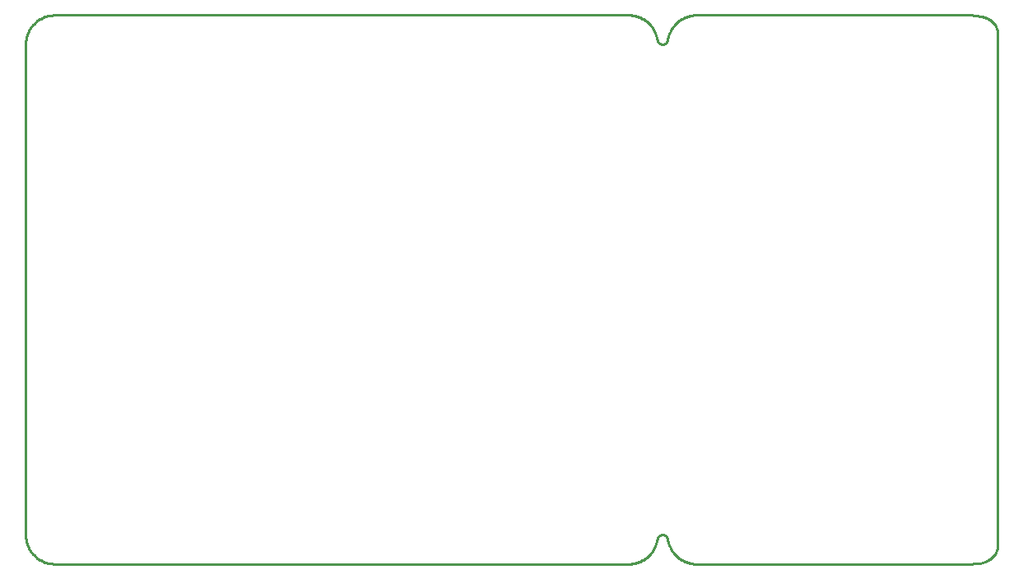
<source format=gm1>
G04 #@! TF.GenerationSoftware,KiCad,Pcbnew,6.0.7-1.fc36*
G04 #@! TF.CreationDate,2022-08-13T19:37:31+02:00*
G04 #@! TF.ProjectId,drahtlos_klingel,64726168-746c-46f7-935f-6b6c696e6765,rev?*
G04 #@! TF.SameCoordinates,Original*
G04 #@! TF.FileFunction,Profile,NP*
%FSLAX46Y46*%
G04 Gerber Fmt 4.6, Leading zero omitted, Abs format (unit mm)*
G04 Created by KiCad (PCBNEW 6.0.7-1.fc36) date 2022-08-13 19:37:31*
%MOMM*%
%LPD*%
G01*
G04 APERTURE LIST*
G04 #@! TA.AperFunction,Profile*
%ADD10C,0.264583*%
G04 #@! TD*
G04 APERTURE END LIST*
D10*
X93525810Y-76494711D02*
X93551227Y-76496496D01*
X92880586Y-25150991D02*
X92840177Y-25022901D01*
X93988841Y-76802671D02*
X93998802Y-76824833D01*
X91656693Y-78998073D02*
X91764404Y-78923373D01*
X30845168Y-79490084D02*
X31000000Y-79493973D01*
X93451007Y-76496307D02*
X93475403Y-76494663D01*
X91313869Y-79193613D02*
X91431286Y-79133332D01*
X93072634Y-25783830D02*
X93058850Y-25765210D01*
X93953354Y-25748408D02*
X93939747Y-25768245D01*
X94037201Y-25518376D02*
X94037132Y-25519010D01*
X29202841Y-78899493D02*
X29320410Y-78982978D01*
X91431284Y-23354615D02*
X91313867Y-23294334D01*
X29089584Y-78810582D02*
X29202841Y-78899493D01*
X93740209Y-76550173D02*
X93761636Y-76561407D01*
X92412220Y-78281413D02*
X92487931Y-78174358D01*
X127764982Y-24089070D02*
X127705057Y-23987957D01*
X95249682Y-23558592D02*
X95145935Y-23636901D01*
X30248536Y-79399843D02*
X30393918Y-79433235D01*
X92559012Y-24424065D02*
X92487928Y-24313590D01*
X94015755Y-25617274D02*
X94007779Y-25640438D01*
X95045748Y-23719529D02*
X94949257Y-23806337D01*
X93311892Y-25960168D02*
X93290139Y-25951535D01*
X93782483Y-25914390D02*
X93761633Y-25926540D01*
X127405526Y-78847760D02*
X127489012Y-78769057D01*
X94037095Y-76968332D02*
X94037139Y-76968991D01*
X93966092Y-76759997D02*
X93977929Y-76781050D01*
X95580936Y-79136978D02*
X95697569Y-79196612D01*
X90140731Y-22997184D02*
X90000000Y-22993973D01*
X94028584Y-25569590D02*
X94022699Y-25593649D01*
X28000000Y-25993973D02*
X28000000Y-25993973D01*
X127984593Y-77662890D02*
X127996139Y-77517426D01*
X92412217Y-24206536D02*
X92332020Y-24103041D01*
X97000000Y-22993973D02*
X97000000Y-22993973D01*
X96064210Y-23143104D02*
X95939339Y-23187268D01*
X92487928Y-24313590D02*
X92412217Y-24206536D01*
X28876750Y-78617224D02*
X28980826Y-78716430D01*
X28235031Y-24824067D02*
X28181462Y-24960411D01*
X90552132Y-23044248D02*
X90416936Y-23022460D01*
X126432260Y-23152981D02*
X126302869Y-23120970D01*
X127123255Y-23435169D02*
X127019179Y-23376743D01*
X128000031Y-51243977D02*
X128000031Y-51243977D01*
X29966438Y-79312511D02*
X30105981Y-79359540D01*
X92625335Y-77950126D02*
X92686751Y-77833225D01*
X97000000Y-22993973D02*
X96860656Y-22997156D01*
X94767916Y-78496022D02*
X94856606Y-78590772D01*
X94037079Y-76967671D02*
X94037079Y-76967671D01*
X28294955Y-77796841D02*
X28361047Y-77926232D01*
X94949264Y-78681621D02*
X95045754Y-78768430D01*
X93356719Y-25974621D02*
X93334093Y-25967871D01*
X93045848Y-76741967D02*
X93058854Y-76722739D01*
X92065899Y-23815297D02*
X91969145Y-23727425D01*
X91193495Y-79248811D02*
X91313869Y-79193613D01*
X95817083Y-79251230D02*
X95939344Y-79300690D01*
X92972615Y-76914882D02*
X92978553Y-76891626D01*
X90279755Y-23006726D02*
X90140731Y-22997184D01*
X92065901Y-78672651D02*
X92158724Y-78580666D01*
X92880592Y-77336957D02*
X92915401Y-77206417D01*
X93248072Y-25931574D02*
X93227805Y-25920292D01*
X91868599Y-23643804D02*
X91764402Y-23564575D01*
X92686746Y-24654723D02*
X92625331Y-24537822D01*
X92743123Y-77713320D02*
X92794313Y-77590547D01*
X93841303Y-25872714D02*
X93822345Y-25887451D01*
X93248078Y-76556374D02*
X93268864Y-76545951D01*
X93859577Y-25857169D02*
X93841303Y-25872714D01*
X93135078Y-25851779D02*
X93118418Y-25835818D01*
X93118418Y-25835818D02*
X93102442Y-25819157D01*
X126557897Y-23189062D02*
X126432260Y-23152981D01*
X93822347Y-76600495D02*
X93841305Y-76615232D01*
X93170358Y-76606436D02*
X93188927Y-76592711D01*
X93966089Y-25727950D02*
X93953354Y-25748408D01*
X28000000Y-76493973D02*
X28003889Y-76648806D01*
X91969145Y-23727425D02*
X91868599Y-23643804D01*
X94037404Y-76970926D02*
X94037523Y-76971550D01*
X93311898Y-76527780D02*
X93334099Y-76520076D01*
X93087177Y-76686129D02*
X93102446Y-76668792D01*
X92487931Y-78174358D02*
X92559015Y-78063883D01*
X127566886Y-78684951D02*
X127638963Y-78595310D01*
X31000000Y-79493973D02*
X31000000Y-79493973D01*
X125000000Y-79493984D02*
X125000000Y-79493984D01*
X90816020Y-79382518D02*
X90944431Y-79343402D01*
X28134433Y-25099954D02*
X28094130Y-25242509D01*
X95467322Y-79072466D02*
X95580936Y-79136978D01*
X127865583Y-78178720D02*
X127905889Y-78059400D01*
X93379753Y-76507550D02*
X93403158Y-76502773D01*
X94037071Y-25520277D02*
X94033384Y-25545124D01*
X91868602Y-78844144D02*
X91969147Y-78760524D01*
X93988838Y-25685276D02*
X93977926Y-25706897D01*
X93475396Y-25993283D02*
X93450999Y-25991640D01*
X93672729Y-25965709D02*
X93649260Y-25973011D01*
X127905889Y-78059400D02*
X127939282Y-77933744D01*
X126910419Y-79164904D02*
X127019179Y-79111213D01*
X127705057Y-78500000D02*
X127764982Y-78398887D01*
X94269586Y-77735260D02*
X94326701Y-77853412D01*
X93601020Y-25984437D02*
X93576302Y-25988509D01*
X94093024Y-77236201D02*
X94129109Y-77364655D01*
X92967659Y-25549409D02*
X92967659Y-25549409D01*
X29202841Y-23588454D02*
X29089584Y-23677365D01*
X93011725Y-25684887D02*
X93002064Y-25663461D01*
X29830094Y-23229004D02*
X29697133Y-23288928D01*
X93058850Y-25765210D02*
X93045843Y-25745982D01*
X90816018Y-23105428D02*
X90685206Y-23071950D01*
X92967659Y-25549409D02*
X92944466Y-25414383D01*
X93290145Y-76536412D02*
X93311898Y-76527780D01*
X126169908Y-79395063D02*
X126432260Y-79334976D01*
X94170647Y-24997218D02*
X94129101Y-25123306D01*
X94037071Y-25520277D02*
X94037071Y-25520277D01*
X93426909Y-25988929D02*
X93403150Y-25985173D01*
X93761633Y-25926540D02*
X93740206Y-25937773D01*
X93977926Y-25706897D02*
X93966089Y-25727950D01*
X94037079Y-76967671D02*
X94037083Y-76968002D01*
X94602982Y-78295377D02*
X94683329Y-78397511D01*
X29320410Y-23504969D02*
X29202841Y-23588454D01*
X92972608Y-25573066D02*
X92967659Y-25549409D01*
X95467316Y-23415492D02*
X95356854Y-23484743D01*
X29567742Y-79132926D02*
X29697133Y-79199019D01*
X92794309Y-24897401D02*
X92743119Y-24774629D01*
X94455541Y-24407158D02*
X94388726Y-24519321D01*
X92158724Y-78580666D02*
X92247478Y-78484705D01*
X92247475Y-24003244D02*
X92158722Y-23907283D01*
X92967667Y-76938538D02*
X92972615Y-76914882D01*
X30393918Y-79433235D02*
X30541941Y-79459529D01*
X94037083Y-76968002D02*
X94037095Y-76968332D01*
X125307581Y-22999622D02*
X125000000Y-22993973D01*
X91764404Y-78923373D02*
X91868602Y-78844144D01*
X30105981Y-23128406D02*
X29966438Y-23175435D01*
X28000000Y-25993973D02*
X28000000Y-51243977D01*
X93625353Y-76508684D02*
X93649264Y-76514936D01*
X94129109Y-77364655D02*
X94170655Y-77490742D01*
X128000031Y-25122866D02*
X127996139Y-24970532D01*
X94037139Y-76968991D02*
X94037208Y-76969644D01*
X90944430Y-23144545D02*
X90816018Y-23105428D01*
X92944473Y-77073564D02*
X92967667Y-76938538D01*
X90416937Y-79465486D02*
X90552134Y-79443698D01*
X93525803Y-25993235D02*
X93500076Y-25993836D01*
X92332020Y-24103041D02*
X92247475Y-24003244D01*
X125894020Y-23048016D02*
X125606083Y-23017281D01*
X28361047Y-77926232D02*
X28433123Y-78051869D01*
X94170655Y-77490742D02*
X94217526Y-77614324D01*
X94527009Y-78189761D02*
X94602982Y-78295377D01*
X29966438Y-23175435D02*
X29830094Y-23229004D01*
X127019179Y-23376743D02*
X126910419Y-23323052D01*
X28000000Y-76493973D02*
X28000000Y-76493973D01*
X94037397Y-25517110D02*
X94037291Y-25517743D01*
X94022699Y-25593649D02*
X94015755Y-25617274D01*
X125894020Y-79439941D02*
X126169908Y-79395063D01*
X94856599Y-23897186D02*
X94767909Y-23991936D01*
X93802732Y-76586594D02*
X93822347Y-76600495D01*
X28980826Y-78716430D02*
X29089584Y-78810582D01*
X127939282Y-24554214D02*
X127905889Y-24428558D01*
X125606083Y-79470676D02*
X125894020Y-79439941D01*
X127818553Y-78291838D02*
X127865583Y-78178720D01*
X93102442Y-25819157D02*
X93087173Y-25801820D01*
X29442106Y-79060851D02*
X29567742Y-79132926D01*
X28015432Y-76801554D02*
X28034444Y-76952033D01*
X90000000Y-22993973D02*
X31000000Y-22993973D01*
X93208086Y-76579776D02*
X93227811Y-76567656D01*
X92686751Y-77833225D02*
X92743123Y-77713320D01*
X93601025Y-76503509D02*
X93625353Y-76508684D01*
X96453130Y-23043785D02*
X96321241Y-23071223D01*
X127996139Y-77517426D02*
X128000031Y-77365093D01*
X92993298Y-25641543D02*
X92985451Y-25619156D01*
X30541941Y-23028417D02*
X30393918Y-23054711D01*
X125307581Y-79488335D02*
X125606083Y-79470676D01*
X28510996Y-24314383D02*
X28433123Y-24436079D01*
X92967667Y-76938538D02*
X92967667Y-76938538D01*
X94949257Y-23806337D02*
X94856599Y-23897186D01*
X127705057Y-23987957D02*
X127638963Y-23892647D01*
X94062529Y-25382441D02*
X94037773Y-25515210D01*
X94129101Y-25123306D02*
X94093017Y-25251760D01*
X127818553Y-24196119D02*
X127764982Y-24089070D01*
X96722973Y-23006612D02*
X96587085Y-23022201D01*
X28594481Y-24196814D02*
X28510996Y-24314383D01*
X93939749Y-76719702D02*
X93953356Y-76739539D01*
X93877140Y-25840841D02*
X93859577Y-25857169D01*
X93045843Y-25745982D02*
X93033638Y-25726171D01*
X93118422Y-76652131D02*
X93135082Y-76636170D01*
X96453132Y-79444173D02*
X96587087Y-79465756D01*
X92625331Y-24537822D02*
X92559012Y-24424065D01*
X126302869Y-23120970D02*
X126169908Y-23092894D01*
X93152397Y-25867018D02*
X93135078Y-25851779D01*
X94388733Y-77968638D02*
X94455548Y-78080801D01*
X94856606Y-78590772D02*
X94949264Y-78681621D01*
X92743119Y-24774629D02*
X92686746Y-24654723D01*
X94217526Y-77614324D02*
X94269586Y-77735260D01*
X93208081Y-25908172D02*
X93188922Y-25895237D01*
X90000000Y-79493973D02*
X90000000Y-79493973D01*
X93011729Y-76803062D02*
X93022262Y-76782151D01*
X93002069Y-76824488D02*
X93011729Y-76803062D01*
X93672732Y-76522237D02*
X93695730Y-76530562D01*
X31000000Y-22993973D02*
X31000000Y-22993973D01*
X28683392Y-78404390D02*
X28777544Y-78513149D01*
X127316614Y-23566763D02*
X127222462Y-23498465D01*
X93649264Y-76514936D02*
X93672732Y-76522237D01*
X93002064Y-25663461D02*
X92993298Y-25641543D01*
X93695727Y-25957384D02*
X93672729Y-25965709D01*
X92993304Y-76846406D02*
X93002069Y-76824488D01*
X94022705Y-76894298D02*
X94028591Y-76918357D01*
X90140731Y-79490762D02*
X90279756Y-79481220D01*
X93998802Y-76824833D02*
X94007784Y-76847509D01*
X127405526Y-23640197D02*
X127316614Y-23566763D01*
X93859579Y-76630778D02*
X93877142Y-76647105D01*
X127222462Y-78989492D02*
X127316614Y-78921193D01*
X95697569Y-79196612D02*
X95817083Y-79251230D01*
X93475403Y-76494663D02*
X93500084Y-76494110D01*
X92840183Y-77465047D02*
X92880592Y-77336957D01*
X93740206Y-25937773D02*
X93718228Y-25948063D01*
X94033391Y-76942824D02*
X94037079Y-76967671D01*
X96587087Y-79465756D02*
X96722974Y-79481345D01*
X128000031Y-51243977D02*
X128000031Y-25122866D01*
X28060738Y-77100056D02*
X28094130Y-77245438D01*
X92332023Y-78384908D02*
X92412220Y-78281413D01*
X127316614Y-78921193D02*
X127405526Y-78847760D01*
X95145935Y-23636901D02*
X95045748Y-23719529D01*
X94767909Y-23991936D02*
X94683322Y-24090448D01*
X94602974Y-24192582D02*
X94527002Y-24298199D01*
X127489012Y-78769057D02*
X127566886Y-78684951D01*
X91070301Y-23189160D02*
X90944430Y-23144545D01*
X90000000Y-22993973D02*
X90000000Y-22993973D01*
X28003889Y-25839141D02*
X28000000Y-25993973D01*
X96321241Y-23071223D02*
X96191556Y-23104376D01*
X94037773Y-25515210D02*
X94037515Y-25516476D01*
X28433123Y-78051869D02*
X28510996Y-78173564D01*
X93227805Y-25920292D02*
X93208081Y-25908172D01*
X127965579Y-24686340D02*
X127939282Y-24554214D01*
X94527002Y-24298199D02*
X94455541Y-24407158D01*
X28683392Y-24083558D02*
X28594481Y-24196814D01*
X28094130Y-25242509D02*
X28060738Y-25387891D01*
X93058854Y-76722739D02*
X93072639Y-76704119D01*
X94033384Y-25545124D02*
X94028584Y-25569590D01*
X93576302Y-25988509D02*
X93551221Y-25991451D01*
X28181462Y-77527536D02*
X28235031Y-77663880D01*
X90685208Y-79415996D02*
X90816020Y-79382518D01*
X30541941Y-79459529D02*
X30692419Y-79478541D01*
X92559015Y-78063883D02*
X92625335Y-77950126D01*
X127638963Y-78595310D02*
X127705057Y-78500000D01*
X94037132Y-25519010D02*
X94037087Y-25519643D01*
X125606083Y-23017281D02*
X125307581Y-22999622D01*
X90552134Y-79443698D02*
X90685208Y-79415996D01*
X126797162Y-23273964D02*
X126679593Y-23229345D01*
X92944466Y-25414383D02*
X92915395Y-25281531D01*
X93188927Y-76592711D02*
X93208086Y-76579776D01*
X93500084Y-76494110D02*
X93500084Y-76494110D01*
X31000000Y-79493973D02*
X90000000Y-79493973D01*
X90944431Y-79343402D02*
X91070303Y-79298787D01*
X29320410Y-78982978D02*
X29442106Y-79060851D01*
X94015760Y-76870673D02*
X94022705Y-76894298D01*
X91070303Y-79298787D02*
X91193495Y-79248811D01*
X94037075Y-25519960D02*
X94037071Y-25520277D01*
X93087173Y-25801820D02*
X93072634Y-25783830D01*
X93500076Y-25993836D02*
X93500076Y-25993836D01*
X94062536Y-77105520D02*
X94093024Y-77236201D01*
X31000000Y-22993973D02*
X30845168Y-22997862D01*
X28294955Y-24691106D02*
X28235031Y-24824067D01*
X93782486Y-76573556D02*
X93802732Y-76586594D01*
X94269579Y-24752700D02*
X94217518Y-24873636D01*
X28876750Y-23870723D02*
X28777544Y-23974799D01*
X28433123Y-24436079D02*
X28361047Y-24561715D01*
X29697133Y-79199019D02*
X29830094Y-79258942D01*
X94037087Y-25519643D02*
X94037075Y-25519960D01*
X28034444Y-76952033D02*
X28060738Y-77100056D01*
X90000000Y-79493973D02*
X90140731Y-79490762D01*
X93939747Y-25768245D02*
X93925296Y-25787433D01*
X127489012Y-23718900D02*
X127405526Y-23640197D01*
X94326701Y-77853412D02*
X94388733Y-77968638D01*
X28060738Y-25387891D02*
X28034444Y-25535914D01*
X90279756Y-79481220D02*
X90416937Y-79465486D01*
X96860656Y-22997156D02*
X96722973Y-23006612D01*
X95817078Y-23236728D02*
X95697564Y-23291345D01*
X94455548Y-78080801D02*
X94527009Y-78189761D01*
X93170353Y-25881512D02*
X93152397Y-25867018D01*
X91969147Y-78760524D02*
X92065901Y-78672651D01*
X92978547Y-25596322D02*
X92972608Y-25573066D01*
X93822345Y-25887451D02*
X93802730Y-25901352D01*
X92794313Y-77590547D02*
X92840183Y-77465047D01*
X126679593Y-79258611D02*
X126910419Y-79164904D01*
X91656691Y-23489874D02*
X91545605Y-23419842D01*
X94683329Y-78397511D02*
X94767916Y-78496022D01*
X125000000Y-79493984D02*
X125307581Y-79488335D01*
X125000000Y-22993973D02*
X97000000Y-22993973D01*
X93841305Y-76615232D02*
X93859579Y-76630778D01*
X91545607Y-79068106D02*
X91656693Y-78998073D01*
X127638963Y-23892647D02*
X127566886Y-23803005D01*
X95697564Y-23291345D02*
X95580931Y-23350980D01*
X91764402Y-23564575D02*
X91656691Y-23489874D01*
X94007784Y-76847509D02*
X94015760Y-76870673D01*
X93718231Y-76539883D02*
X93740209Y-76550173D01*
X93998798Y-25663114D02*
X93988838Y-25685276D01*
X127984593Y-24825068D02*
X127965579Y-24686340D01*
X93356726Y-76513325D02*
X93379753Y-76507550D01*
X94326693Y-24634548D02*
X94269579Y-24752700D01*
X28361047Y-24561715D02*
X28294955Y-24691106D01*
X96191560Y-79383582D02*
X96321244Y-79416735D01*
X95939344Y-79300690D02*
X96064214Y-79344854D01*
X126679593Y-23229345D02*
X126557897Y-23189062D01*
X128000031Y-77365093D02*
X128000031Y-77365093D01*
X126910419Y-23323052D02*
X126797162Y-23273964D01*
X30105981Y-79359540D02*
X30248536Y-79399843D01*
X127996139Y-24970532D02*
X127984593Y-24825068D01*
X127965579Y-77801618D02*
X127984593Y-77662890D01*
X28777544Y-78513149D02*
X28876750Y-78617224D01*
X125000000Y-22993973D02*
X125000000Y-22993973D01*
X93761636Y-76561407D02*
X93782486Y-76573556D01*
X126169908Y-23092894D02*
X125894020Y-23048016D01*
X93695730Y-76530562D02*
X93718231Y-76539883D01*
X29830094Y-79258942D02*
X29966438Y-79312511D01*
X93925298Y-76700513D02*
X93939749Y-76719702D01*
X94037523Y-76971550D02*
X94037650Y-76972159D01*
X93500084Y-76494110D02*
X93525810Y-76494711D01*
X92985451Y-25619156D02*
X92978547Y-25596322D01*
X93551227Y-76496496D02*
X93576308Y-76499437D01*
X93925296Y-25787433D02*
X93910026Y-25805947D01*
X91545605Y-23419842D02*
X91431284Y-23354615D01*
X91431286Y-79133332D02*
X91545607Y-79068106D01*
X93072639Y-76704119D02*
X93087177Y-76686129D01*
X29697133Y-23288928D02*
X29567742Y-23355020D01*
X90685206Y-23071950D02*
X90552132Y-23044248D01*
X93135082Y-76636170D02*
X93152402Y-76620930D01*
X28094130Y-77245438D02*
X28134433Y-77387993D01*
X93576308Y-76499437D02*
X93601025Y-76503509D01*
X93334099Y-76520076D02*
X93356726Y-76513325D01*
X95249688Y-78929366D02*
X95356860Y-79003215D01*
X30692419Y-79478541D02*
X30845168Y-79490084D01*
X29567742Y-23355020D02*
X29442106Y-23427096D01*
X94007779Y-25640438D02*
X93998798Y-25663114D01*
X28777544Y-23974799D02*
X28683392Y-24083558D01*
X92247478Y-78484705D02*
X92332023Y-78384908D01*
X96587085Y-23022201D02*
X96453130Y-23043785D01*
X28235031Y-77663880D02*
X28294955Y-77796841D01*
X95045754Y-78768430D02*
X95145941Y-78851058D01*
X96722974Y-79481345D02*
X96860657Y-79490801D01*
X93022257Y-25705798D02*
X93011725Y-25684887D01*
X93649260Y-25973011D02*
X93625349Y-25979262D01*
X28003889Y-76648806D02*
X28015432Y-76801554D01*
X94388726Y-24519321D02*
X94326693Y-24634548D01*
X28034444Y-25535914D02*
X28015432Y-25686393D01*
X93102446Y-76668792D02*
X93118422Y-76652131D01*
X94683322Y-24090448D02*
X94602974Y-24192582D01*
X28134433Y-77387993D02*
X28181462Y-77527536D01*
X96064214Y-79344854D02*
X96191560Y-79383582D01*
X30248536Y-23088103D02*
X30105981Y-23128406D01*
X94037208Y-76969644D02*
X94037298Y-76970290D01*
X93953356Y-76739539D02*
X93966092Y-76759997D01*
X93022262Y-76782151D02*
X93033642Y-76761778D01*
X127566886Y-23803005D02*
X127489012Y-23718900D01*
X93033638Y-25726171D02*
X93022257Y-25705798D01*
X30845168Y-22997862D02*
X30692419Y-23009405D01*
X93426917Y-76499018D02*
X93451007Y-76496307D01*
X93877142Y-76647105D02*
X93893967Y-76664188D01*
X93500076Y-25993836D02*
X93475396Y-25993283D01*
X90416936Y-23022460D02*
X90279755Y-23006726D01*
X93268858Y-25941996D02*
X93248072Y-25931574D01*
X94037515Y-25516476D02*
X94037397Y-25517110D01*
X127222462Y-23498465D02*
X127123255Y-23435169D01*
X127123255Y-79052787D02*
X127222462Y-78989492D01*
X94037650Y-76972159D02*
X94037781Y-76972752D01*
X28000000Y-51243977D02*
X28000000Y-51243977D01*
X96860657Y-79490801D02*
X97000000Y-79493984D01*
X93290139Y-25951535D02*
X93268858Y-25941996D01*
X93379746Y-25980397D02*
X93356719Y-25974621D01*
X97000000Y-79493984D02*
X97000000Y-79493984D01*
X93403158Y-76502773D02*
X93426917Y-76499018D01*
X94037781Y-76972752D02*
X94062536Y-77105520D01*
X95356860Y-79003215D02*
X95467322Y-79072466D01*
X91313867Y-23294334D02*
X91193493Y-23239136D01*
X92840177Y-25022901D02*
X92794309Y-24897401D01*
X126432260Y-79334976D02*
X126679593Y-79258611D01*
X94093017Y-25251760D02*
X94062529Y-25382441D01*
X28015432Y-25686393D02*
X28003889Y-25839141D01*
X128000031Y-77365093D02*
X128000031Y-51243977D01*
X97000000Y-79493984D02*
X125000000Y-79493984D01*
X93227811Y-76567656D02*
X93248078Y-76556374D01*
X94037773Y-25515210D02*
X94037773Y-25515210D01*
X94028591Y-76918357D02*
X94033391Y-76942824D01*
X92915401Y-77206417D02*
X92944473Y-77073564D01*
X91193493Y-23239136D02*
X91070301Y-23189160D01*
X93268864Y-76545951D02*
X93290145Y-76536412D01*
X94037291Y-25517743D02*
X94037201Y-25518376D01*
X92978553Y-76891626D02*
X92985457Y-76868793D01*
X95356854Y-23484743D02*
X95249682Y-23558592D01*
X28000000Y-51243977D02*
X28000000Y-76493973D01*
X93893965Y-25823758D02*
X93877140Y-25840841D01*
X93403150Y-25985173D02*
X93379746Y-25980397D01*
X93718228Y-25948063D02*
X93695727Y-25957384D01*
X93802730Y-25901352D02*
X93782483Y-25914390D01*
X94217518Y-24873636D02*
X94170647Y-24997218D01*
X94037298Y-76970290D02*
X94037404Y-76970926D01*
X93625349Y-25979262D02*
X93601020Y-25984437D01*
X28594481Y-78291133D02*
X28683392Y-78404390D01*
X93334093Y-25967871D02*
X93311892Y-25960168D01*
X127939282Y-77933744D02*
X127965579Y-77801618D01*
X95939339Y-23187268D02*
X95817078Y-23236728D01*
X93450999Y-25991640D02*
X93426909Y-25988929D01*
X93033642Y-76761778D02*
X93045848Y-76741967D01*
X28510996Y-78173564D02*
X28594481Y-78291133D01*
X96321244Y-79416735D02*
X96453132Y-79444173D01*
X28980826Y-23771517D02*
X28876750Y-23870723D01*
X127905889Y-24428558D02*
X127865583Y-24309237D01*
X93910028Y-76682000D02*
X93925298Y-76700513D01*
X94037781Y-76972752D02*
X94037781Y-76972752D01*
X127865583Y-24309237D02*
X127818553Y-24196119D01*
X93910026Y-25805947D02*
X93893965Y-25823758D01*
X95145941Y-78851058D02*
X95249688Y-78929366D01*
X29089584Y-23677365D02*
X28980826Y-23771517D01*
X127764982Y-78398887D02*
X127818553Y-78291838D01*
X96191556Y-23104376D02*
X96064210Y-23143104D01*
X95580931Y-23350980D02*
X95467316Y-23415492D01*
X30692419Y-23009405D02*
X30541941Y-23028417D01*
X92915395Y-25281531D02*
X92880586Y-25150991D01*
X93551221Y-25991451D02*
X93525803Y-25993235D01*
X93188922Y-25895237D02*
X93170353Y-25881512D01*
X92158722Y-23907283D02*
X92065899Y-23815297D01*
X29442106Y-23427096D02*
X29320410Y-23504969D01*
X93893967Y-76664188D02*
X93910028Y-76682000D01*
X92985457Y-76868793D02*
X92993304Y-76846406D01*
X127019179Y-79111213D02*
X127123255Y-79052787D01*
X93977929Y-76781050D02*
X93988841Y-76802671D01*
X93152402Y-76620930D02*
X93170358Y-76606436D01*
X28181462Y-24960411D02*
X28134433Y-25099954D01*
X30393918Y-23054711D02*
X30248536Y-23088103D01*
M02*

</source>
